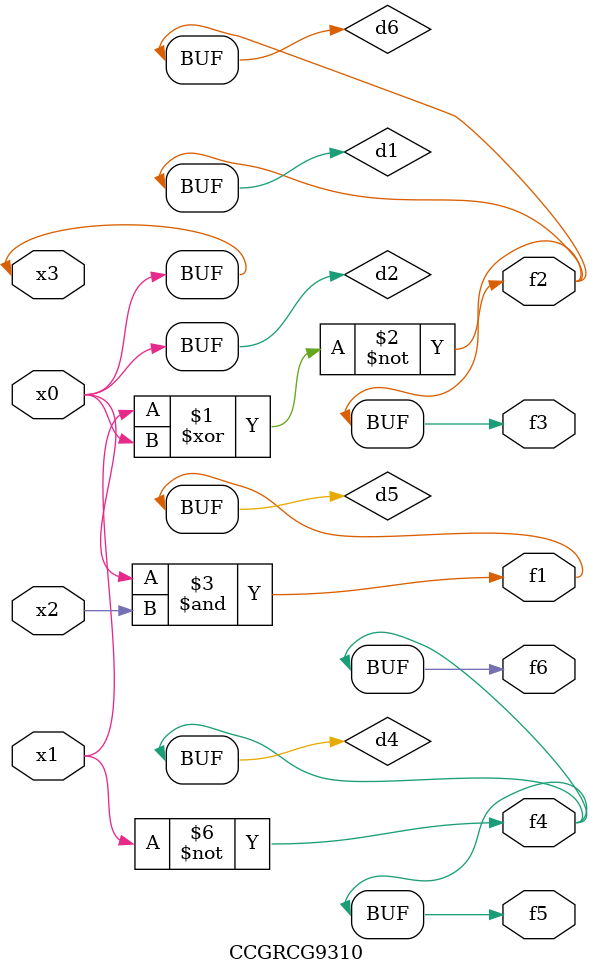
<source format=v>
module CCGRCG9310(
	input x0, x1, x2, x3,
	output f1, f2, f3, f4, f5, f6
);

	wire d1, d2, d3, d4, d5, d6;

	xnor (d1, x1, x3);
	buf (d2, x0, x3);
	nand (d3, x0, x2);
	not (d4, x1);
	nand (d5, d3);
	or (d6, d1);
	assign f1 = d5;
	assign f2 = d6;
	assign f3 = d6;
	assign f4 = d4;
	assign f5 = d4;
	assign f6 = d4;
endmodule

</source>
